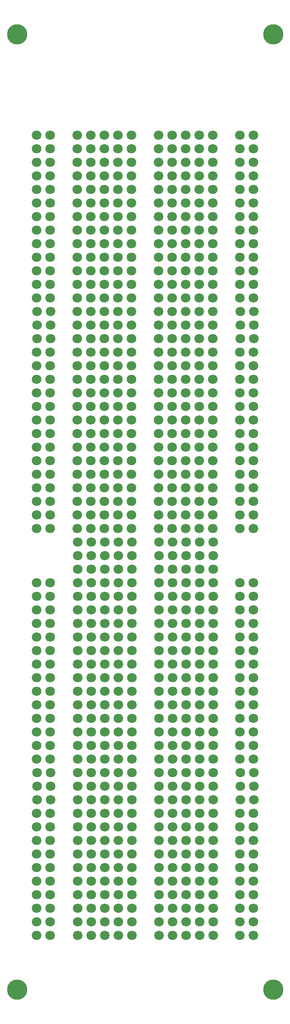
<source format=gbs>
G04 #@! TF.GenerationSoftware,KiCad,Pcbnew,8.0.2*
G04 #@! TF.CreationDate,2024-08-26T09:50:48-06:00*
G04 #@! TF.ProjectId,Perfboard_1_Vertical,50657266-626f-4617-9264-5f315f566572,rev?*
G04 #@! TF.SameCoordinates,Original*
G04 #@! TF.FileFunction,Soldermask,Bot*
G04 #@! TF.FilePolarity,Negative*
%FSLAX46Y46*%
G04 Gerber Fmt 4.6, Leading zero omitted, Abs format (unit mm)*
G04 Created by KiCad (PCBNEW 8.0.2) date 2024-08-26 09:50:48*
%MOMM*%
%LPD*%
G01*
G04 APERTURE LIST*
%ADD10C,2.600000*%
%ADD11C,3.800000*%
%ADD12C,1.803200*%
G04 APERTURE END LIST*
D10*
X88000000Y-34000000D03*
D11*
X88000000Y-34000000D03*
D12*
X99360000Y-149380000D03*
X132320000Y-65560000D03*
X109460000Y-73180000D03*
X91680000Y-195100000D03*
X119620000Y-93500000D03*
X129840000Y-177320000D03*
X124700000Y-121440000D03*
X101900000Y-139220000D03*
X124760000Y-141760000D03*
X124760000Y-134140000D03*
X106980000Y-169700000D03*
X132320000Y-190020000D03*
X106980000Y-149380000D03*
X109520000Y-172240000D03*
X119620000Y-118900000D03*
X94220000Y-159540000D03*
X101900000Y-187480000D03*
X106980000Y-182400000D03*
X119680000Y-200180000D03*
X122220000Y-177320000D03*
X104440000Y-177320000D03*
X99300000Y-52860000D03*
X109520000Y-149380000D03*
X99360000Y-159540000D03*
X119620000Y-126520000D03*
X99300000Y-113820000D03*
X109520000Y-144300000D03*
X122220000Y-202720000D03*
X99300000Y-123980000D03*
X99300000Y-88420000D03*
X119620000Y-108740000D03*
X106920000Y-70640000D03*
X117140000Y-129060000D03*
X117080000Y-70640000D03*
X91740000Y-88420000D03*
X119620000Y-90960000D03*
X117080000Y-52860000D03*
X124700000Y-108740000D03*
X124760000Y-139220000D03*
X101900000Y-129060000D03*
X106920000Y-121440000D03*
X117080000Y-121440000D03*
X114600000Y-159540000D03*
X109460000Y-101120000D03*
X122220000Y-129060000D03*
X104440000Y-141760000D03*
X99300000Y-98580000D03*
X91680000Y-116360000D03*
X132320000Y-149380000D03*
X117140000Y-136680000D03*
X91680000Y-202720000D03*
X91680000Y-80800000D03*
X94220000Y-182400000D03*
X122160000Y-93500000D03*
X104380000Y-68100000D03*
X117140000Y-187480000D03*
X94220000Y-154460000D03*
X114540000Y-80800000D03*
X124700000Y-123980000D03*
X99300000Y-75720000D03*
X117080000Y-85880000D03*
X91680000Y-70640000D03*
X117080000Y-118900000D03*
X129780000Y-57940000D03*
X119680000Y-134140000D03*
X109520000Y-200180000D03*
X117140000Y-164620000D03*
X109460000Y-98580000D03*
X104380000Y-90960000D03*
X132320000Y-169700000D03*
X114540000Y-123980000D03*
X129780000Y-78260000D03*
X104440000Y-134140000D03*
X122160000Y-126520000D03*
X94220000Y-75720000D03*
X99360000Y-174780000D03*
X132320000Y-164620000D03*
X119620000Y-52860000D03*
X119680000Y-177320000D03*
X124700000Y-57940000D03*
X122160000Y-113820000D03*
X114600000Y-192560000D03*
X91680000Y-197640000D03*
X94220000Y-164620000D03*
X101900000Y-177320000D03*
X114540000Y-101120000D03*
X109460000Y-106200000D03*
X101840000Y-75720000D03*
X99360000Y-200180000D03*
X117080000Y-116360000D03*
X94220000Y-63020000D03*
X106980000Y-164620000D03*
X101900000Y-131600000D03*
X122220000Y-136680000D03*
X129780000Y-149380000D03*
X101900000Y-144300000D03*
X119680000Y-131600000D03*
X124760000Y-195100000D03*
X129780000Y-96040000D03*
X94220000Y-118900000D03*
X106980000Y-134140000D03*
X122220000Y-162080000D03*
X109460000Y-55400000D03*
X99360000Y-134140000D03*
X106920000Y-60480000D03*
X119620000Y-85880000D03*
X91680000Y-146840000D03*
X104380000Y-78260000D03*
X94220000Y-195100000D03*
X106920000Y-65560000D03*
X122220000Y-134140000D03*
X129780000Y-113820000D03*
X99360000Y-202720000D03*
X119620000Y-113820000D03*
X104380000Y-96040000D03*
X122160000Y-65560000D03*
X94220000Y-96040000D03*
X94220000Y-106200000D03*
X132380000Y-90960000D03*
X129780000Y-123980000D03*
X132320000Y-159540000D03*
X101840000Y-85880000D03*
X114600000Y-174780000D03*
X132320000Y-75720000D03*
X132380000Y-172240000D03*
X91680000Y-190020000D03*
X106980000Y-172240000D03*
X122160000Y-96040000D03*
X124760000Y-154460000D03*
X124700000Y-73180000D03*
X122160000Y-83340000D03*
X106920000Y-52860000D03*
X132320000Y-157000000D03*
X106920000Y-78260000D03*
X101900000Y-184940000D03*
X99300000Y-73180000D03*
X99360000Y-144300000D03*
X99360000Y-197640000D03*
X94280000Y-85880000D03*
X91680000Y-182400000D03*
X122160000Y-88420000D03*
X94220000Y-116360000D03*
X117140000Y-177320000D03*
X119620000Y-103660000D03*
X132320000Y-118900000D03*
X101840000Y-116360000D03*
X106980000Y-136680000D03*
X129780000Y-52860000D03*
X94280000Y-88420000D03*
X91680000Y-68100000D03*
X94280000Y-177320000D03*
X104440000Y-195100000D03*
X117080000Y-90960000D03*
X117080000Y-75720000D03*
X132320000Y-63020000D03*
X99360000Y-157000000D03*
X109460000Y-116360000D03*
X114540000Y-65560000D03*
X132320000Y-182400000D03*
X132320000Y-111280000D03*
X132320000Y-146840000D03*
X129840000Y-172240000D03*
X104440000Y-139220000D03*
X132320000Y-139220000D03*
X122160000Y-101120000D03*
X129780000Y-83340000D03*
X106920000Y-108740000D03*
X109520000Y-139220000D03*
X117080000Y-126520000D03*
X94220000Y-70640000D03*
X101840000Y-88420000D03*
X106920000Y-80800000D03*
X119680000Y-187480000D03*
X91740000Y-174780000D03*
X101840000Y-126520000D03*
X129780000Y-141760000D03*
X104380000Y-80800000D03*
X104380000Y-108740000D03*
X106920000Y-96040000D03*
X104380000Y-103660000D03*
X106980000Y-177320000D03*
X132320000Y-154460000D03*
X104380000Y-52860000D03*
X99360000Y-179860000D03*
X91680000Y-78260000D03*
X117080000Y-108740000D03*
X129780000Y-103660000D03*
X104440000Y-184940000D03*
X129780000Y-121440000D03*
X99300000Y-55400000D03*
X129780000Y-136680000D03*
X99360000Y-182400000D03*
X122220000Y-179860000D03*
X114600000Y-187480000D03*
X119680000Y-195100000D03*
X132320000Y-121440000D03*
X119620000Y-78260000D03*
X124700000Y-118900000D03*
X129780000Y-151920000D03*
X132380000Y-177320000D03*
X104380000Y-55400000D03*
X109460000Y-85880000D03*
X99360000Y-184940000D03*
X101900000Y-195100000D03*
X129780000Y-111280000D03*
X91680000Y-187480000D03*
X114600000Y-200180000D03*
X122220000Y-141760000D03*
X101840000Y-60480000D03*
X117080000Y-88420000D03*
X94280000Y-90960000D03*
X91680000Y-118900000D03*
X99300000Y-85880000D03*
X124760000Y-146840000D03*
X101840000Y-63020000D03*
X117140000Y-141760000D03*
X101840000Y-73180000D03*
X101900000Y-164620000D03*
X104380000Y-63020000D03*
X117140000Y-162080000D03*
X94220000Y-93500000D03*
X91680000Y-167160000D03*
X94280000Y-174780000D03*
X109520000Y-164620000D03*
X132320000Y-162080000D03*
D10*
X136000000Y-34000000D03*
D11*
X136000000Y-34000000D03*
D12*
X132320000Y-103660000D03*
X132380000Y-85880000D03*
X109460000Y-52860000D03*
X109520000Y-177320000D03*
X109520000Y-154460000D03*
X119620000Y-70640000D03*
X101840000Y-96040000D03*
X117080000Y-60480000D03*
X119680000Y-151920000D03*
X129780000Y-116360000D03*
X124760000Y-157000000D03*
X132320000Y-126520000D03*
X129780000Y-187480000D03*
X99360000Y-146840000D03*
X99300000Y-70640000D03*
X114540000Y-68100000D03*
X129780000Y-146840000D03*
X132320000Y-80800000D03*
X132320000Y-101120000D03*
X132320000Y-113820000D03*
X117080000Y-63020000D03*
X91680000Y-179860000D03*
X129780000Y-164620000D03*
X106920000Y-68100000D03*
X114540000Y-108740000D03*
X114600000Y-129060000D03*
X119620000Y-98580000D03*
X114600000Y-182400000D03*
X122160000Y-73180000D03*
X99300000Y-96040000D03*
X109520000Y-182400000D03*
X122220000Y-197640000D03*
X99360000Y-131600000D03*
X124760000Y-197640000D03*
X124700000Y-83340000D03*
X99360000Y-129060000D03*
X94220000Y-113820000D03*
X109460000Y-88420000D03*
X104440000Y-197640000D03*
X94220000Y-202720000D03*
X114600000Y-157000000D03*
X106920000Y-75720000D03*
X109520000Y-136680000D03*
X101900000Y-190020000D03*
X117080000Y-103660000D03*
X132320000Y-96040000D03*
X129780000Y-192560000D03*
X114540000Y-126520000D03*
X117080000Y-65560000D03*
X119680000Y-182400000D03*
X101840000Y-101120000D03*
X124700000Y-113820000D03*
X122220000Y-190020000D03*
X124760000Y-149380000D03*
X104440000Y-172240000D03*
X119620000Y-80800000D03*
X91680000Y-151920000D03*
X109520000Y-134140000D03*
X124760000Y-190020000D03*
X117080000Y-80800000D03*
X114600000Y-167160000D03*
X106920000Y-116360000D03*
X119620000Y-111280000D03*
X129840000Y-85880000D03*
X106980000Y-139220000D03*
X101840000Y-57940000D03*
X117080000Y-57940000D03*
X132380000Y-174780000D03*
X117140000Y-192560000D03*
X101840000Y-103660000D03*
X132320000Y-52860000D03*
X101900000Y-151920000D03*
X124700000Y-111280000D03*
X119680000Y-154460000D03*
X124700000Y-90960000D03*
X101840000Y-106200000D03*
X106980000Y-141760000D03*
X129840000Y-90960000D03*
X129780000Y-190020000D03*
X99360000Y-195100000D03*
X119620000Y-57940000D03*
X106920000Y-83340000D03*
X106980000Y-131600000D03*
X104380000Y-88420000D03*
X104440000Y-149380000D03*
X114540000Y-63020000D03*
X114540000Y-116360000D03*
X114540000Y-98580000D03*
X104380000Y-83340000D03*
D10*
X136000000Y-212880000D03*
D11*
X136000000Y-212880000D03*
D12*
X124700000Y-65560000D03*
X124760000Y-151920000D03*
X109520000Y-141760000D03*
X124760000Y-169700000D03*
X119620000Y-75720000D03*
X119680000Y-164620000D03*
X101900000Y-167160000D03*
X104440000Y-144300000D03*
X106980000Y-192560000D03*
X91680000Y-164620000D03*
X132320000Y-167160000D03*
X122160000Y-63020000D03*
X119680000Y-144300000D03*
X101900000Y-197640000D03*
X94220000Y-83340000D03*
X91740000Y-172240000D03*
X101840000Y-121440000D03*
X109520000Y-146840000D03*
X114600000Y-184940000D03*
X91680000Y-111280000D03*
X114600000Y-164620000D03*
X122160000Y-60480000D03*
X129780000Y-126520000D03*
X129780000Y-184940000D03*
X117140000Y-146840000D03*
X101840000Y-118900000D03*
X124760000Y-172240000D03*
X94220000Y-187480000D03*
X132320000Y-106200000D03*
X109520000Y-192560000D03*
X117080000Y-73180000D03*
X114540000Y-90960000D03*
X109460000Y-121440000D03*
X101840000Y-52860000D03*
X117140000Y-172240000D03*
X109520000Y-190020000D03*
X122160000Y-116360000D03*
X101840000Y-70640000D03*
X129780000Y-182400000D03*
X117080000Y-113820000D03*
X114600000Y-151920000D03*
X101900000Y-162080000D03*
X109460000Y-75720000D03*
X129780000Y-68100000D03*
X94220000Y-167160000D03*
X124700000Y-98580000D03*
X122220000Y-144300000D03*
X104380000Y-93500000D03*
X122220000Y-187480000D03*
X106980000Y-151920000D03*
X132320000Y-192560000D03*
X122160000Y-90960000D03*
X99300000Y-111280000D03*
X101840000Y-78260000D03*
X119680000Y-159540000D03*
X132320000Y-184940000D03*
X114600000Y-172240000D03*
X106980000Y-144300000D03*
X117140000Y-195100000D03*
X104440000Y-162080000D03*
X94220000Y-146840000D03*
X101840000Y-98580000D03*
X119620000Y-68100000D03*
X124760000Y-167160000D03*
X104440000Y-159540000D03*
X99360000Y-192560000D03*
X104440000Y-136680000D03*
X122220000Y-164620000D03*
X101900000Y-202720000D03*
X122160000Y-98580000D03*
X99360000Y-139220000D03*
X124700000Y-116360000D03*
X91740000Y-85880000D03*
X114600000Y-144300000D03*
X114540000Y-93500000D03*
X106920000Y-93500000D03*
X109460000Y-65560000D03*
X122220000Y-184940000D03*
X122160000Y-123980000D03*
X119620000Y-88420000D03*
X114600000Y-131600000D03*
X119620000Y-55400000D03*
X91680000Y-169700000D03*
X99300000Y-108740000D03*
X122160000Y-108740000D03*
X114540000Y-111280000D03*
X109460000Y-70640000D03*
X106920000Y-101120000D03*
X91680000Y-98580000D03*
X114540000Y-57940000D03*
X124760000Y-144300000D03*
X124700000Y-70640000D03*
X122160000Y-121440000D03*
X122220000Y-200180000D03*
X91680000Y-154460000D03*
X114600000Y-136680000D03*
X94220000Y-121440000D03*
X106920000Y-63020000D03*
X101900000Y-174780000D03*
X106980000Y-162080000D03*
X124760000Y-187480000D03*
X101900000Y-146840000D03*
X109460000Y-118900000D03*
X117140000Y-159540000D03*
X91680000Y-159540000D03*
X106980000Y-146840000D03*
X122220000Y-169700000D03*
X129840000Y-174780000D03*
X109460000Y-96040000D03*
X94220000Y-123980000D03*
X94220000Y-108740000D03*
X117140000Y-190020000D03*
X119620000Y-116360000D03*
X119680000Y-202720000D03*
X109520000Y-187480000D03*
X104440000Y-167160000D03*
X132320000Y-197640000D03*
X99300000Y-57940000D03*
X124700000Y-88420000D03*
X119680000Y-157000000D03*
X114540000Y-88420000D03*
X122160000Y-75720000D03*
X129780000Y-101120000D03*
X129780000Y-167160000D03*
X99360000Y-162080000D03*
X114540000Y-113820000D03*
X122220000Y-149380000D03*
X109520000Y-195100000D03*
X114600000Y-169700000D03*
X117080000Y-68100000D03*
X122220000Y-192560000D03*
D10*
X88000000Y-212880000D03*
D11*
X88000000Y-212880000D03*
D12*
X132320000Y-187480000D03*
X94220000Y-190020000D03*
X122160000Y-68100000D03*
X94220000Y-149380000D03*
X124760000Y-177320000D03*
X91680000Y-144300000D03*
X99300000Y-93500000D03*
X91680000Y-73180000D03*
X91680000Y-93500000D03*
X119680000Y-167160000D03*
X129780000Y-157000000D03*
X122220000Y-157000000D03*
X99360000Y-190020000D03*
X91680000Y-108740000D03*
X91680000Y-126520000D03*
X119620000Y-63020000D03*
X109520000Y-174780000D03*
X132320000Y-60480000D03*
X101900000Y-157000000D03*
X114540000Y-106200000D03*
X109520000Y-179860000D03*
X114540000Y-70640000D03*
X91680000Y-52860000D03*
X106980000Y-159540000D03*
X114540000Y-75720000D03*
X114540000Y-121440000D03*
X114600000Y-197640000D03*
X104440000Y-154460000D03*
X124700000Y-80800000D03*
X124760000Y-179860000D03*
X106920000Y-106200000D03*
X117140000Y-139220000D03*
X124760000Y-162080000D03*
X99300000Y-78260000D03*
X94220000Y-151920000D03*
X119680000Y-192560000D03*
X114600000Y-162080000D03*
X109460000Y-57940000D03*
X124700000Y-63020000D03*
X124700000Y-101120000D03*
X101900000Y-136680000D03*
X132320000Y-123980000D03*
X124700000Y-52860000D03*
X109520000Y-162080000D03*
X104440000Y-182400000D03*
X132320000Y-68100000D03*
X104380000Y-101120000D03*
X117140000Y-167160000D03*
X122220000Y-159540000D03*
X122220000Y-172240000D03*
X114540000Y-96040000D03*
X119680000Y-141760000D03*
X106980000Y-195100000D03*
X94220000Y-55400000D03*
X91680000Y-192560000D03*
X129780000Y-144300000D03*
X109460000Y-113820000D03*
X109520000Y-169700000D03*
X94220000Y-65560000D03*
X124760000Y-136680000D03*
X104380000Y-126520000D03*
X132320000Y-73180000D03*
X91680000Y-75720000D03*
X106920000Y-126520000D03*
X94220000Y-57940000D03*
X129780000Y-63020000D03*
X117080000Y-98580000D03*
X91680000Y-55400000D03*
X122220000Y-151920000D03*
X117140000Y-184940000D03*
X129780000Y-202720000D03*
X119680000Y-184940000D03*
X106980000Y-179860000D03*
X99300000Y-65560000D03*
X119680000Y-146840000D03*
X124700000Y-85880000D03*
X99360000Y-167160000D03*
X109460000Y-123980000D03*
X99300000Y-116360000D03*
X106980000Y-174780000D03*
X132320000Y-144300000D03*
X104380000Y-70640000D03*
X132320000Y-202720000D03*
X91680000Y-65560000D03*
X104440000Y-192560000D03*
X94220000Y-98580000D03*
X124760000Y-202720000D03*
X124700000Y-55400000D03*
X124700000Y-78260000D03*
X104440000Y-169700000D03*
X114540000Y-83340000D03*
X117140000Y-134140000D03*
X114600000Y-139220000D03*
X119620000Y-65560000D03*
X109520000Y-167160000D03*
X91680000Y-121440000D03*
X117140000Y-200180000D03*
X91680000Y-57940000D03*
X106980000Y-202720000D03*
X94220000Y-200180000D03*
X109460000Y-78260000D03*
X104380000Y-85880000D03*
X104440000Y-174780000D03*
X119620000Y-96040000D03*
X122220000Y-154460000D03*
X119620000Y-101120000D03*
X129780000Y-195100000D03*
X91680000Y-63020000D03*
X124760000Y-200180000D03*
X129780000Y-118900000D03*
X104380000Y-106200000D03*
X99300000Y-83340000D03*
X91680000Y-162080000D03*
X129780000Y-55400000D03*
X124700000Y-60480000D03*
X94220000Y-60480000D03*
X104380000Y-60480000D03*
X119680000Y-136680000D03*
X99300000Y-63020000D03*
X101900000Y-169700000D03*
X104380000Y-111280000D03*
X117080000Y-96040000D03*
X106980000Y-157000000D03*
X122160000Y-118900000D03*
X132320000Y-98580000D03*
X124700000Y-96040000D03*
X117080000Y-93500000D03*
X106920000Y-111280000D03*
X94220000Y-68100000D03*
X99360000Y-169700000D03*
X101900000Y-172240000D03*
X94220000Y-179860000D03*
X114600000Y-179860000D03*
X119620000Y-121440000D03*
X99360000Y-172240000D03*
X114540000Y-73180000D03*
X124700000Y-106200000D03*
X122160000Y-85880000D03*
X101840000Y-68100000D03*
X129780000Y-179860000D03*
X119680000Y-129060000D03*
X91740000Y-177320000D03*
X129780000Y-80800000D03*
X119680000Y-172240000D03*
X99360000Y-187480000D03*
X119680000Y-174780000D03*
X104380000Y-57940000D03*
X101900000Y-182400000D03*
X109520000Y-184940000D03*
X91680000Y-96040000D03*
X129780000Y-73180000D03*
X109520000Y-131600000D03*
X91680000Y-184940000D03*
X114600000Y-177320000D03*
X117080000Y-123980000D03*
X104380000Y-123980000D03*
X101840000Y-108740000D03*
X91680000Y-113820000D03*
X99300000Y-60480000D03*
X129780000Y-197640000D03*
X101900000Y-159540000D03*
X124700000Y-75720000D03*
X132320000Y-57940000D03*
X132320000Y-136680000D03*
X124760000Y-131600000D03*
X109460000Y-93500000D03*
X101840000Y-80800000D03*
X114600000Y-202720000D03*
X94280000Y-172240000D03*
X124700000Y-68100000D03*
X101840000Y-123980000D03*
X101840000Y-90960000D03*
X122220000Y-139220000D03*
X109460000Y-90960000D03*
X114600000Y-134140000D03*
X122220000Y-195100000D03*
X101840000Y-55400000D03*
X114540000Y-55400000D03*
X129780000Y-98580000D03*
X114600000Y-195100000D03*
X129780000Y-75720000D03*
X94220000Y-78260000D03*
X104380000Y-73180000D03*
X104380000Y-65560000D03*
X122160000Y-55400000D03*
X114540000Y-52860000D03*
X91680000Y-83340000D03*
X109460000Y-80800000D03*
X94220000Y-192560000D03*
X94220000Y-197640000D03*
X104380000Y-116360000D03*
X117140000Y-202720000D03*
X106920000Y-57940000D03*
X119680000Y-162080000D03*
X104380000Y-113820000D03*
X91680000Y-106200000D03*
X109460000Y-63020000D03*
X132320000Y-83340000D03*
X104380000Y-118900000D03*
X94220000Y-52860000D03*
X129840000Y-88420000D03*
X132320000Y-70640000D03*
X122220000Y-146840000D03*
X122160000Y-80800000D03*
X101900000Y-149380000D03*
X129780000Y-108740000D03*
X122220000Y-174780000D03*
X124760000Y-192560000D03*
X91680000Y-103660000D03*
X117140000Y-197640000D03*
X117140000Y-154460000D03*
X106980000Y-129060000D03*
X117140000Y-144300000D03*
X122220000Y-131600000D03*
X122160000Y-78260000D03*
X104440000Y-157000000D03*
X99300000Y-118900000D03*
X104440000Y-179860000D03*
X132320000Y-55400000D03*
X101900000Y-154460000D03*
X114600000Y-190020000D03*
X94220000Y-136680000D03*
X106920000Y-85880000D03*
X109520000Y-157000000D03*
X91680000Y-101120000D03*
X117080000Y-83340000D03*
X99300000Y-90960000D03*
X129780000Y-159540000D03*
X129780000Y-139220000D03*
X117140000Y-151920000D03*
X94220000Y-101120000D03*
X91680000Y-123980000D03*
X99300000Y-80800000D03*
X94220000Y-80800000D03*
X122220000Y-182400000D03*
X117140000Y-157000000D03*
X132320000Y-93500000D03*
X129780000Y-154460000D03*
X109460000Y-111280000D03*
X91680000Y-136680000D03*
X117140000Y-174780000D03*
X124760000Y-159540000D03*
X129780000Y-60480000D03*
X104440000Y-190020000D03*
X104440000Y-202720000D03*
X91740000Y-90960000D03*
X119680000Y-139220000D03*
X132320000Y-151920000D03*
X101900000Y-134140000D03*
X94220000Y-144300000D03*
X114540000Y-78260000D03*
X104380000Y-98580000D03*
X91680000Y-200180000D03*
X124700000Y-126520000D03*
X119680000Y-169700000D03*
X119620000Y-83340000D03*
X117140000Y-149380000D03*
X119680000Y-149380000D03*
X109520000Y-159540000D03*
X124760000Y-164620000D03*
X94220000Y-162080000D03*
X119620000Y-73180000D03*
X91680000Y-149380000D03*
X124700000Y-93500000D03*
X109520000Y-202720000D03*
X104440000Y-146840000D03*
X132320000Y-141760000D03*
X106920000Y-103660000D03*
X122160000Y-106200000D03*
X132320000Y-116360000D03*
X132320000Y-200180000D03*
X124760000Y-129060000D03*
X109460000Y-126520000D03*
X101840000Y-113820000D03*
X106920000Y-88420000D03*
X109520000Y-129060000D03*
X132320000Y-195100000D03*
X114600000Y-154460000D03*
X132320000Y-108740000D03*
X99360000Y-154460000D03*
X106980000Y-200180000D03*
X99300000Y-103660000D03*
X101900000Y-192560000D03*
X109520000Y-151920000D03*
X132320000Y-78260000D03*
X119620000Y-60480000D03*
X91680000Y-141760000D03*
X106920000Y-118900000D03*
X124760000Y-184940000D03*
X114540000Y-60480000D03*
X94220000Y-184940000D03*
X122220000Y-167160000D03*
X117140000Y-169700000D03*
X119680000Y-197640000D03*
X104440000Y-131600000D03*
X122160000Y-70640000D03*
X106920000Y-73180000D03*
X122160000Y-103660000D03*
X99360000Y-141760000D03*
X109460000Y-60480000D03*
X99360000Y-136680000D03*
X94220000Y-169700000D03*
X119680000Y-179860000D03*
X106980000Y-167160000D03*
X106980000Y-154460000D03*
X91680000Y-139220000D03*
X129780000Y-162080000D03*
X94220000Y-111280000D03*
X129780000Y-70640000D03*
X117140000Y-179860000D03*
X94220000Y-157000000D03*
X124760000Y-182400000D03*
X101840000Y-111280000D03*
X117080000Y-78260000D03*
X109460000Y-103660000D03*
X124760000Y-174780000D03*
X94220000Y-126520000D03*
X106920000Y-98580000D03*
X117080000Y-101120000D03*
X129780000Y-169700000D03*
X109460000Y-83340000D03*
X99300000Y-126520000D03*
X114540000Y-103660000D03*
X99300000Y-106200000D03*
X101840000Y-65560000D03*
X106920000Y-90960000D03*
X117080000Y-111280000D03*
X104440000Y-200180000D03*
X101840000Y-83340000D03*
X117140000Y-182400000D03*
X99300000Y-101120000D03*
X114540000Y-118900000D03*
X114600000Y-141760000D03*
X122160000Y-111280000D03*
X129780000Y-93500000D03*
X109460000Y-68100000D03*
X104380000Y-75720000D03*
X106920000Y-113820000D03*
X124700000Y-103660000D03*
X104440000Y-187480000D03*
X94220000Y-103660000D03*
X129780000Y-106200000D03*
X101900000Y-179860000D03*
X132320000Y-179860000D03*
X99360000Y-151920000D03*
X122160000Y-57940000D03*
X106980000Y-197640000D03*
X101900000Y-200180000D03*
X91680000Y-60480000D03*
X122160000Y-52860000D03*
X106980000Y-184940000D03*
X129780000Y-65560000D03*
X101900000Y-141760000D03*
X99300000Y-68100000D03*
X104440000Y-129060000D03*
X106980000Y-187480000D03*
X117080000Y-106200000D03*
X117080000Y-55400000D03*
X132380000Y-88420000D03*
X114600000Y-146840000D03*
X117140000Y-131600000D03*
X99360000Y-164620000D03*
X101840000Y-93500000D03*
X94220000Y-141760000D03*
X114540000Y-85880000D03*
X94220000Y-139220000D03*
X114600000Y-149380000D03*
X119680000Y-190020000D03*
X106920000Y-55400000D03*
X99300000Y-121440000D03*
X119620000Y-123980000D03*
X94220000Y-73180000D03*
X91680000Y-157000000D03*
X104440000Y-164620000D03*
X129780000Y-200180000D03*
X106920000Y-123980000D03*
X99360000Y-177320000D03*
X104440000Y-151920000D03*
X104380000Y-121440000D03*
X109460000Y-108740000D03*
X106980000Y-190020000D03*
X109520000Y-197640000D03*
X119620000Y-106200000D03*
M02*

</source>
